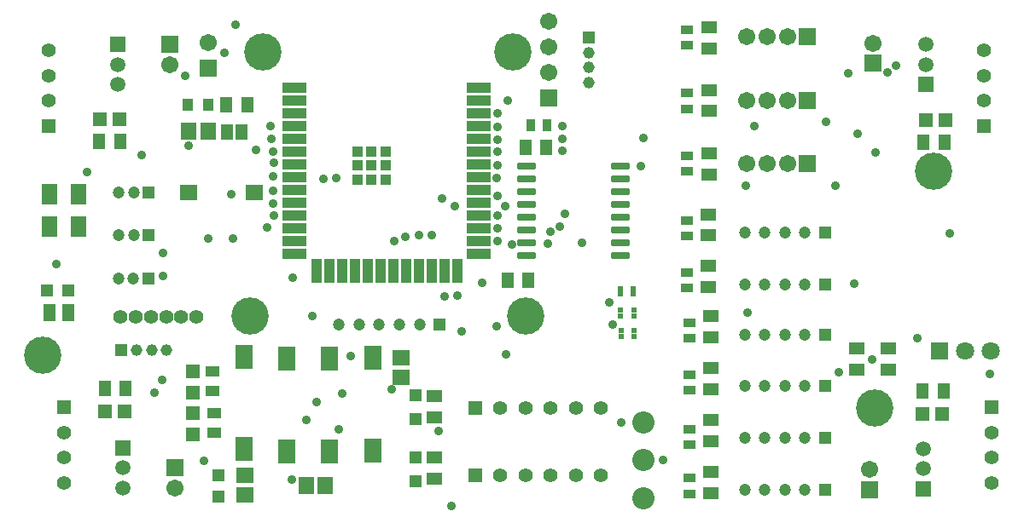
<source format=gts>
G04*
G04 #@! TF.GenerationSoftware,Altium Limited,Altium Designer,20.2.5 (213)*
G04*
G04 Layer_Color=8388736*
%FSLAX44Y44*%
%MOMM*%
G71*
G04*
G04 #@! TF.SameCoordinates,19D5FE96-1F57-4DB1-9F11-37EF29D1C5BE*
G04*
G04*
G04 #@! TF.FilePolarity,Negative*
G04*
G01*
G75*
%ADD26R,1.0000X1.2500*%
%ADD28R,1.2621X0.9549*%
%ADD29R,1.5082X1.2065*%
%ADD30R,1.2065X1.5082*%
%ADD34R,0.9549X1.2621*%
%ADD35R,1.3549X1.4621*%
%ADD36R,1.1500X1.1500*%
%ADD38R,1.2000X1.2000*%
%ADD43R,1.2000X1.2000*%
%ADD45R,1.4082X1.0065*%
%ADD46R,1.1032X1.1032*%
%ADD47R,1.1032X2.4532*%
%ADD48R,2.4532X1.1032*%
%ADD49R,0.6032X0.5832*%
%ADD50R,1.5732X2.1132*%
%ADD51C,2.2032*%
%ADD52R,1.5032X1.3032*%
%ADD53R,1.3032X1.5032*%
%ADD54R,1.8032X2.3832*%
%ADD55R,1.8032X2.4032*%
%ADD56R,1.7532X1.5532*%
%ADD57R,1.7032X1.6032*%
%ADD58R,1.2532X1.6532*%
%ADD59R,1.3032X1.5532*%
%ADD60R,1.6032X1.7032*%
G04:AMPARAMS|DCode=61|XSize=0.7532mm|YSize=1.9032mm|CornerRadius=0.1511mm|HoleSize=0mm|Usage=FLASHONLY|Rotation=270.000|XOffset=0mm|YOffset=0mm|HoleType=Round|Shape=RoundedRectangle|*
%AMROUNDEDRECTD61*
21,1,0.7532,1.6010,0,0,270.0*
21,1,0.4510,1.9032,0,0,270.0*
1,1,0.3022,-0.8005,-0.2255*
1,1,0.3022,-0.8005,0.2255*
1,1,0.3022,0.8005,0.2255*
1,1,0.3022,0.8005,-0.2255*
%
%ADD61ROUNDEDRECTD61*%
%ADD62R,1.4032X1.4032*%
%ADD63C,1.8032*%
%ADD64R,1.8032X1.8032*%
%ADD65C,1.1500*%
%ADD66C,1.7032*%
%ADD67R,1.7032X1.7032*%
%ADD68C,1.2000*%
%ADD69R,1.7032X1.7032*%
%ADD70C,1.4000*%
%ADD71R,1.4000X1.4000*%
%ADD72C,1.5032*%
%ADD73R,1.5032X1.5032*%
%ADD74R,1.1500X1.1500*%
%ADD75C,1.4112*%
%ADD76R,1.4000X1.4000*%
%ADD77C,3.7032*%
%ADD78C,0.9032*%
D26*
X2162895Y1290500D02*
D03*
X2182895D02*
D03*
D28*
X2657500Y1108810D02*
D03*
Y1124323D02*
D03*
Y1160310D02*
D03*
Y1175823D02*
D03*
X2660000Y1058810D02*
D03*
Y1074323D02*
D03*
Y1007310D02*
D03*
Y1022823D02*
D03*
Y952655D02*
D03*
Y968168D02*
D03*
Y904310D02*
D03*
Y919823D02*
D03*
X2657500Y1240000D02*
D03*
Y1224487D02*
D03*
Y1302250D02*
D03*
Y1286737D02*
D03*
Y1365540D02*
D03*
Y1350027D02*
D03*
D29*
X2857500Y1048420D02*
D03*
Y1027403D02*
D03*
X2826750Y1048420D02*
D03*
Y1027403D02*
D03*
D30*
X2479663Y1116030D02*
D03*
X2500680D02*
D03*
X2221517Y1290500D02*
D03*
X2200500D02*
D03*
D34*
X2518739Y1270732D02*
D03*
X2503226D02*
D03*
D35*
X2075000Y1276500D02*
D03*
X2094513D02*
D03*
X2099750Y985750D02*
D03*
X2080237D02*
D03*
X2911263Y983500D02*
D03*
X2891750D02*
D03*
X2894737Y1275750D02*
D03*
X2914250D02*
D03*
D36*
X2388750Y917000D02*
D03*
Y940500D02*
D03*
Y978500D02*
D03*
Y1002000D02*
D03*
X2560500Y1357750D02*
D03*
D38*
X2193250Y901500D02*
D03*
Y922500D02*
D03*
D43*
X2044179Y1106321D02*
D03*
X2023179D02*
D03*
X2795000Y1164000D02*
D03*
Y959500D02*
D03*
Y1062500D02*
D03*
Y908000D02*
D03*
Y1112500D02*
D03*
Y1011000D02*
D03*
X2124000Y1204000D02*
D03*
Y1161500D02*
D03*
X2123750Y1118500D02*
D03*
X2412500Y1072500D02*
D03*
D45*
X2189000Y965241D02*
D03*
Y984259D02*
D03*
X2187500Y1006741D02*
D03*
Y1025759D02*
D03*
D46*
X2359000Y1244400D02*
D03*
X2345000D02*
D03*
X2331000D02*
D03*
X2359000Y1216400D02*
D03*
X2345000D02*
D03*
X2331000D02*
D03*
X2359000Y1230400D02*
D03*
X2331000D02*
D03*
X2345000D02*
D03*
D47*
X2429850Y1126000D02*
D03*
X2417150D02*
D03*
X2404450D02*
D03*
X2391750D02*
D03*
X2379050D02*
D03*
X2366350D02*
D03*
X2353650D02*
D03*
X2340950D02*
D03*
X2328250D02*
D03*
X2315550D02*
D03*
X2302850D02*
D03*
X2290150D02*
D03*
D48*
X2451500Y1307600D02*
D03*
Y1142500D02*
D03*
Y1155200D02*
D03*
Y1167900D02*
D03*
Y1180600D02*
D03*
Y1193300D02*
D03*
Y1206000D02*
D03*
Y1218700D02*
D03*
Y1231400D02*
D03*
Y1244100D02*
D03*
Y1256800D02*
D03*
Y1269500D02*
D03*
Y1282200D02*
D03*
Y1294900D02*
D03*
X2268750Y1269400D02*
D03*
Y1256700D02*
D03*
Y1244000D02*
D03*
Y1231300D02*
D03*
Y1218600D02*
D03*
Y1205900D02*
D03*
Y1193200D02*
D03*
Y1180500D02*
D03*
Y1167800D02*
D03*
Y1155100D02*
D03*
Y1142400D02*
D03*
Y1282100D02*
D03*
Y1294800D02*
D03*
Y1307500D02*
D03*
D49*
X2592500Y1066500D02*
D03*
Y1060880D02*
D03*
X2592000Y1086870D02*
D03*
Y1081250D02*
D03*
Y1102500D02*
D03*
Y1108120D02*
D03*
X2605000Y1060880D02*
D03*
Y1066500D02*
D03*
Y1081190D02*
D03*
Y1086810D02*
D03*
X2604500Y1108120D02*
D03*
Y1102500D02*
D03*
D50*
X2054210Y1201500D02*
D03*
X2025790D02*
D03*
X2054210Y1170000D02*
D03*
X2025790D02*
D03*
D51*
X2615001Y975000D02*
D03*
Y937496D02*
D03*
X2615000Y899250D02*
D03*
D52*
X2679250Y1109500D02*
D03*
Y1130500D02*
D03*
X2407250Y919250D02*
D03*
Y940250D02*
D03*
Y980500D02*
D03*
Y1001500D02*
D03*
X2679250Y1161000D02*
D03*
Y1182000D02*
D03*
X2681750Y1059500D02*
D03*
Y1080500D02*
D03*
Y1008000D02*
D03*
Y1029000D02*
D03*
Y956500D02*
D03*
Y977500D02*
D03*
Y905000D02*
D03*
Y926000D02*
D03*
X2679650Y1242650D02*
D03*
Y1221650D02*
D03*
X2680000Y1305500D02*
D03*
Y1284500D02*
D03*
Y1368000D02*
D03*
Y1347000D02*
D03*
D53*
X2518500Y1248250D02*
D03*
X2497500D02*
D03*
X2074500Y1254250D02*
D03*
X2095500D02*
D03*
X2101000Y1009000D02*
D03*
X2080000D02*
D03*
X2912750Y1006000D02*
D03*
X2891750D02*
D03*
X2892750Y1253500D02*
D03*
X2913750D02*
D03*
D54*
X2303307Y946236D02*
D03*
X2261173Y1038236D02*
D03*
X2218250Y1040250D02*
D03*
X2346374Y947168D02*
D03*
D55*
X2303307Y1038136D02*
D03*
X2261173Y946336D02*
D03*
X2218250Y948350D02*
D03*
X2346374Y1039068D02*
D03*
D56*
X2219038Y903138D02*
D03*
Y922638D02*
D03*
D57*
X2228322Y1203230D02*
D03*
X2163322D02*
D03*
X2374318Y1020068D02*
D03*
Y1039068D02*
D03*
D58*
X2044158Y1084001D02*
D03*
X2025658D02*
D03*
D59*
X2201500Y1264000D02*
D03*
X2215500D02*
D03*
D60*
X2182500Y1264750D02*
D03*
X2163500D02*
D03*
X2299250Y912500D02*
D03*
X2280250D02*
D03*
D61*
X2498500Y1229450D02*
D03*
Y1216750D02*
D03*
Y1204050D02*
D03*
Y1191350D02*
D03*
Y1178650D02*
D03*
Y1165950D02*
D03*
Y1153250D02*
D03*
Y1140550D02*
D03*
X2591500Y1229450D02*
D03*
Y1216750D02*
D03*
Y1204050D02*
D03*
Y1191350D02*
D03*
Y1178650D02*
D03*
Y1165950D02*
D03*
Y1153250D02*
D03*
Y1140550D02*
D03*
D62*
X2167250Y984350D02*
D03*
Y963350D02*
D03*
X2167500Y1026000D02*
D03*
Y1005000D02*
D03*
D63*
X2959500Y1046500D02*
D03*
X2934100D02*
D03*
D64*
X2908700D02*
D03*
D65*
X2560500Y1312750D02*
D03*
Y1327750D02*
D03*
Y1342750D02*
D03*
X2141742Y1046758D02*
D03*
X2126742D02*
D03*
X2111742D02*
D03*
D66*
X2717500Y1358290D02*
D03*
X2757500D02*
D03*
X2737500D02*
D03*
X2717500Y1295000D02*
D03*
X2757500D02*
D03*
X2737500D02*
D03*
X2717500Y1232750D02*
D03*
X2757500D02*
D03*
X2737500D02*
D03*
X2520812Y1373900D02*
D03*
Y1348500D02*
D03*
Y1323100D02*
D03*
X2182500Y1352900D02*
D03*
X2842250Y1352000D02*
D03*
X2838750Y928500D02*
D03*
X2145000Y1331000D02*
D03*
X2150000Y910000D02*
D03*
D67*
X2777500Y1358290D02*
D03*
Y1295000D02*
D03*
Y1232750D02*
D03*
D68*
X2715000Y1164000D02*
D03*
X2735000D02*
D03*
X2755000D02*
D03*
X2775000D02*
D03*
X2715000Y959500D02*
D03*
X2735000D02*
D03*
X2755000D02*
D03*
X2775000D02*
D03*
X2715000Y1062500D02*
D03*
X2735000D02*
D03*
X2755000D02*
D03*
X2775000D02*
D03*
X2715000Y908000D02*
D03*
X2735000D02*
D03*
X2755000D02*
D03*
X2775000D02*
D03*
X2715000Y1112500D02*
D03*
X2735000D02*
D03*
X2755000D02*
D03*
X2775000D02*
D03*
X2715000Y1011000D02*
D03*
X2735000D02*
D03*
X2755000D02*
D03*
X2775000D02*
D03*
X2094000Y1204000D02*
D03*
X2109000D02*
D03*
X2094000Y1161500D02*
D03*
X2109000D02*
D03*
X2093750Y1118500D02*
D03*
X2108750D02*
D03*
X2312500Y1072500D02*
D03*
X2332500D02*
D03*
X2352500D02*
D03*
X2372500D02*
D03*
X2392500D02*
D03*
D69*
X2520812Y1297700D02*
D03*
X2182500Y1327500D02*
D03*
X2842250Y1332000D02*
D03*
X2838750Y908500D02*
D03*
X2145000Y1351000D02*
D03*
X2150000Y930000D02*
D03*
D70*
X2572500Y988999D02*
D03*
X2547500D02*
D03*
X2522500D02*
D03*
X2497500D02*
D03*
X2472500D02*
D03*
X2572500Y922500D02*
D03*
X2547500D02*
D03*
X2522500D02*
D03*
X2497500D02*
D03*
X2472500D02*
D03*
X2024500Y1295000D02*
D03*
Y1320000D02*
D03*
Y1345000D02*
D03*
X2040000Y965000D02*
D03*
Y940000D02*
D03*
Y915000D02*
D03*
X2960500Y965000D02*
D03*
Y940000D02*
D03*
Y915000D02*
D03*
X2952500Y1295000D02*
D03*
Y1320000D02*
D03*
Y1345000D02*
D03*
D71*
X2447500Y988999D02*
D03*
Y922500D02*
D03*
D72*
X2093000Y1311000D02*
D03*
Y1331000D02*
D03*
X2098000Y910000D02*
D03*
Y930000D02*
D03*
X2892500Y949000D02*
D03*
Y929000D02*
D03*
X2894500Y1351000D02*
D03*
Y1331000D02*
D03*
D73*
X2093000Y1351000D02*
D03*
X2098000Y950000D02*
D03*
X2892500Y909000D02*
D03*
X2894500Y1311000D02*
D03*
D74*
X2096742Y1046758D02*
D03*
D75*
X2096000Y1080000D02*
D03*
X2111000D02*
D03*
X2126000D02*
D03*
X2141000D02*
D03*
X2156000D02*
D03*
X2171000D02*
D03*
D76*
X2024500Y1270000D02*
D03*
X2040000Y990000D02*
D03*
X2960500D02*
D03*
X2952500Y1270000D02*
D03*
D77*
X2902750Y1224750D02*
D03*
X2844000Y989000D02*
D03*
X2019000Y1042000D02*
D03*
X2497500Y1080500D02*
D03*
X2224250D02*
D03*
X2236750Y1343000D02*
D03*
X2485000D02*
D03*
D78*
X2367115Y1155056D02*
D03*
X2309500Y1217750D02*
D03*
X2297500Y1217500D02*
D03*
X2469212Y1217719D02*
D03*
X2808702Y1024601D02*
D03*
X2841750Y1037250D02*
D03*
X2129230Y1005000D02*
D03*
X2520000Y1153000D02*
D03*
X2199190Y1342500D02*
D03*
X2205506Y1202087D02*
D03*
X2241690Y1168500D02*
D03*
X2247700Y1180487D02*
D03*
X2404500Y1161000D02*
D03*
X2391922Y1160922D02*
D03*
X2378863Y1159613D02*
D03*
X2718250Y1084000D02*
D03*
X2411777Y966527D02*
D03*
X2163500Y1250050D02*
D03*
X2958000Y1023000D02*
D03*
X2536650Y1182215D02*
D03*
X2244750Y1269500D02*
D03*
X2245250Y1256750D02*
D03*
X2230000Y1245940D02*
D03*
X2063000Y1224000D02*
D03*
X2417000Y1100000D02*
D03*
X2430000Y1101000D02*
D03*
X2178810Y937000D02*
D03*
X2845000Y1243810D02*
D03*
X2919000Y1163000D02*
D03*
X2856730Y1323000D02*
D03*
X2865000Y1330000D02*
D03*
X2267000Y1119000D02*
D03*
X2286000Y1081000D02*
D03*
X2365000Y1008000D02*
D03*
X2316000Y1004000D02*
D03*
X2324000Y1041000D02*
D03*
X2469000Y1071000D02*
D03*
X2612000Y1230000D02*
D03*
X2531656Y1169384D02*
D03*
X2522451Y1164277D02*
D03*
X2554000Y1153968D02*
D03*
X2796000Y1274000D02*
D03*
X2581000Y1094000D02*
D03*
X2584000Y1072000D02*
D03*
X2312000Y968000D02*
D03*
X2248000Y1233000D02*
D03*
X2247500Y1244000D02*
D03*
X2116738Y1240762D02*
D03*
X2138030Y1121000D02*
D03*
Y1143310D02*
D03*
X2824000Y1113000D02*
D03*
X2886500Y1058710D02*
D03*
X2434000Y1066000D02*
D03*
X2615000Y1258000D02*
D03*
X2534000Y1245000D02*
D03*
X2470000Y1269000D02*
D03*
X2534000Y1257000D02*
D03*
Y1270000D02*
D03*
X2634000Y938000D02*
D03*
X2805000Y1210000D02*
D03*
X2716000D02*
D03*
X2470000Y1256000D02*
D03*
X2480000Y1295000D02*
D03*
X2470000Y1282200D02*
D03*
Y1168000D02*
D03*
X2455000Y1114030D02*
D03*
X2484000Y1152000D02*
D03*
X2478250Y1042500D02*
D03*
X2827000Y1262000D02*
D03*
X2424000Y892000D02*
D03*
X2247500Y1205000D02*
D03*
Y1193000D02*
D03*
Y1220000D02*
D03*
X2592500Y975000D02*
D03*
X2207500Y1157500D02*
D03*
X2182500D02*
D03*
X2427500Y1190000D02*
D03*
X2470000Y1200000D02*
D03*
X2477500Y1190000D02*
D03*
X2470000Y1181000D02*
D03*
X2160000Y1320000D02*
D03*
X2265500Y918000D02*
D03*
X2137500Y1017500D02*
D03*
X2280500Y977500D02*
D03*
X2290000Y995000D02*
D03*
X2032500Y1132500D02*
D03*
X2210000Y1370000D02*
D03*
X2725000Y1270000D02*
D03*
X2470000Y1155000D02*
D03*
X2415000Y1197500D02*
D03*
X2817500Y1322500D02*
D03*
X2470000Y1231000D02*
D03*
Y1244000D02*
D03*
M02*

</source>
